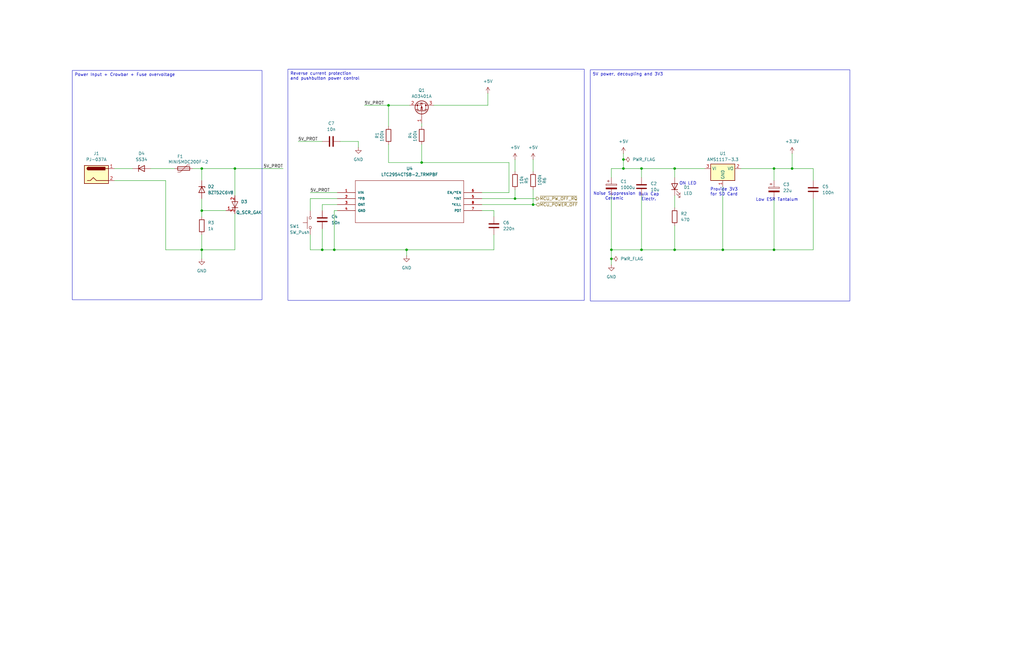
<source format=kicad_sch>
(kicad_sch (version 20250114) (generator "eeschema") (generator_version "9.0")
  (paper "USLedger")
  (title_block (title "Z80 HomeBrew Power") (date "2026-01-10") (rev "0.1"))
  (lib_symbols
    (symbol "Connector:Jack-DC" (pin_names (offset 1.016))
      (property "Reference" "J" (at 0 5.334 0))
      (property "Value" "Jack-DC" (at 0 -5.08 0))
      (symbol "Jack-DC_0_1"
        (rectangle (start -5.08 3.81) (end 5.08 -3.81) (stroke (width 0.254)) (fill (type background)))
        (polyline (pts (xy -3.81 -2.54) (xy -2.54 -2.54) (xy -1.27 -1.27) (xy 0 -2.54) (xy 2.54 -2.54) (xy 5.08 -2.54)) (stroke (width 0.254)))
        (arc (start -3.302 1.905) (mid -3.9343 2.54) (end -3.302 3.175) (stroke (width 0.254)))
        (arc (start -3.302 1.905) (mid -3.9343 2.54) (end -3.302 3.175) (stroke (width 0.254)) (fill (type outline)))
        (rectangle (start 3.683 3.175) (end -3.302 1.905) (stroke (width 0.254)) (fill (type outline)))
        (polyline (pts (xy 5.08 2.54) (xy 3.81 2.54)) (stroke (width 0.254)))
      )
      (symbol "Jack-DC_1_1"
        (pin passive line (at 7.62 2.54 180) (length 2.54) (name "~") (number "1"))
        (pin passive line (at 7.62 -2.54 180) (length 2.54) (name "~") (number "2"))
      )
    )
    (symbol "Device:C" (pin_numbers (hide yes)) (pin_names (offset 0.254))
      (property "Reference" "C" (at 0.635 2.54 0))
      (property "Value" "C" (at 0.635 -2.54 0))
      (symbol "C_0_1"
        (polyline (pts (xy -2.032 0.762) (xy 2.032 0.762)) (stroke (width 0.508)))
        (polyline (pts (xy -2.032 -0.762) (xy 2.032 -0.762)) (stroke (width 0.508)))
      )
      (symbol "C_1_1"
        (pin passive line (at 0 3.81 270) (length 2.794) (name "~") (number "1"))
        (pin passive line (at 0 -3.81 90) (length 2.794) (name "~") (number "2"))
      )
    )
    (symbol "Device:C_Polarized" (pin_numbers (hide yes)) (pin_names (offset 0.254))
      (property "Reference" "C" (at 0.635 2.54 0))
      (property "Value" "C_Polarized" (at 0.635 -2.54 0))
      (symbol "C_Polarized_0_1"
        (rectangle (start -2.286 0.508) (end 2.286 1.016))
        (polyline (pts (xy -1.778 2.286) (xy -0.762 2.286)))
        (polyline (pts (xy -1.27 2.794) (xy -1.27 1.778)))
        (rectangle (start 2.286 -0.508) (end -2.286 -1.016) (fill (type outline)))
      )
      (symbol "C_Polarized_1_1"
        (pin passive line (at 0 3.81 270) (length 2.794) (name "~") (number "1"))
        (pin passive line (at 0 -3.81 90) (length 2.794) (name "~") (number "2"))
      )
    )
    (symbol "Device:D_Zener" (pin_numbers (hide yes)) (pin_names (offset 1.016) (hide yes))
      (property "Reference" "D" (at 0 2.54 0))
      (property "Value" "D_Zener" (at 0 -2.54 0))
      (symbol "D_Zener_0_1"
        (polyline (pts (xy -1.27 -1.27) (xy -1.27 1.27) (xy -0.762 1.27)) (stroke (width 0.254)))
        (polyline (pts (xy 1.27 0) (xy -1.27 0)))
        (polyline (pts (xy 1.27 -1.27) (xy 1.27 1.27) (xy -1.27 0) (xy 1.27 -1.27)) (stroke (width 0.254)))
      )
      (symbol "D_Zener_1_1"
        (pin passive line (at -3.81 0 0) (length 2.54) (name "K") (number "1"))
        (pin passive line (at 3.81 0 180) (length 2.54) (name "A") (number "2"))
      )
    )
    (symbol "Device:LED" (pin_numbers (hide yes)) (pin_names (offset 1.016) (hide yes))
      (property "Reference" "D" (at 0 2.54 0))
      (property "Value" "LED" (at 0 -2.54 0))
      (symbol "LED_0_1"
        (polyline (pts (xy -3.048 -0.762) (xy -4.572 -2.286) (xy -3.81 -2.286) (xy -4.572 -2.286) (xy -4.572 -1.524)))
        (polyline (pts (xy -1.778 -0.762) (xy -3.302 -2.286) (xy -2.54 -2.286) (xy -3.302 -2.286) (xy -3.302 -1.524)))
        (polyline (pts (xy -1.27 0) (xy 1.27 0)))
        (polyline (pts (xy -1.27 -1.27) (xy -1.27 1.27)) (stroke (width 0.254)))
        (polyline (pts (xy 1.27 -1.27) (xy 1.27 1.27) (xy -1.27 0) (xy 1.27 -1.27)) (stroke (width 0.254)))
      )
      (symbol "LED_1_1"
        (pin passive line (at -3.81 0 0) (length 2.54) (name "K") (number "1"))
        (pin passive line (at 3.81 0 180) (length 2.54) (name "A") (number "2"))
      )
    )
    (symbol "Device:Polyfuse" (pin_numbers (hide yes)) (pin_names (offset 0))
      (property "Reference" "F" (at -2.54 0 90))
      (property "Value" "Polyfuse" (at 2.54 0 90))
      (symbol "Polyfuse_0_1"
        (polyline (pts (xy -1.524 2.54) (xy -1.524 1.524) (xy 1.524 -1.524) (xy 1.524 -2.54)))
        (rectangle (start -0.762 2.54) (end 0.762 -2.54) (stroke (width 0.254)))
        (polyline (pts (xy 0 2.54) (xy 0 -2.54)))
      )
      (symbol "Polyfuse_1_1"
        (pin passive line (at 0 3.81 270) (length 1.27) (name "~") (number "1"))
        (pin passive line (at 0 -3.81 90) (length 1.27) (name "~") (number "2"))
      )
    )
    (symbol "Device:Q_SCR_GAK" (pin_names (offset 0) (hide yes))
      (property "Reference" "D" (at 1.905 0.635 0))
      (property "Value" "Q_SCR_GAK" (at 1.905 -1.27 0))
      (symbol "Q_SCR_GAK_0_1"
        (polyline (pts (xy -1.27 1.27) (xy 1.27 1.27) (xy 0 -1.27) (xy -1.27 1.27)) (stroke (width 0.2032)))
        (polyline (pts (xy -1.27 -1.27) (xy 1.27 -1.27)) (stroke (width 0.2032)))
        (polyline (pts (xy -1.27 -2.54) (xy -0.635 -1.27)))
        (polyline (pts (xy 0 -2.54) (xy 0 2.54)))
      )
      (symbol "Q_SCR_GAK_1_1"
        (pin input line (at -3.81 -2.54 0) (length 2.54) (name "G") (number "1"))
        (pin passive line (at 0 3.81 270) (length 2.54) (name "A") (number "2"))
        (pin passive line (at 0 -3.81 90) (length 2.54) (name "K") (number "3"))
      )
    )
    (symbol "Device:R" (pin_numbers (hide yes)) (pin_names (offset 0))
      (property "Reference" "R" (at 2.032 0 90))
      (property "Value" "R" (at 0 0 90))
      (symbol "R_0_1"
        (rectangle (start -1.016 -2.54) (end 1.016 2.54) (stroke (width 0.254)))
      )
      (symbol "R_1_1"
        (pin passive line (at 0 3.81 270) (length 1.27) (name "~") (number "1"))
        (pin passive line (at 0 -3.81 90) (length 1.27) (name "~") (number "2"))
      )
    )
    (symbol "LTC2954CTS8-2_TRMPBF:LTC2954CTS8-2_TRMPBF" (pin_names (offset 1.016))
      (property "Reference" "U4" (at 30.48 10.16 0))
      (property "Value" "LTC2954CTS8-2_TRMPBF" (at 30.48 7.62 0))
      (symbol "LTC2954CTS8-2_TRMPBF_0_0"
        (polyline (pts (xy 7.62 5.08) (xy 7.62 -12.7)) (stroke (width 0.1524)))
        (polyline (pts (xy 7.62 -12.7) (xy 53.34 -12.7)) (stroke (width 0.1524)))
        (polyline (pts (xy 53.34 5.08) (xy 7.62 5.08)) (stroke (width 0.1524)))
        (polyline (pts (xy 53.34 -12.7) (xy 53.34 5.08)) (stroke (width 0.1524)))
        (pin input line (at 0 0 0) (length 7.62) (name "VIN") (number "1"))
        (pin input line (at 0 -2.54 0) (length 7.62) (name "*PB") (number "2"))
        (pin input line (at 0 -5.08 0) (length 7.62) (name "ONT") (number "3"))
        (pin power_in line (at 0 -7.62 0) (length 7.62) (name "GND") (number "4"))
        (pin output line (at 60.96 0 180) (length 7.62) (name "EN/*EN") (number "6"))
        (pin output line (at 60.96 -2.54 180) (length 7.62) (name "*INT") (number "5"))
        (pin input line (at 60.96 -5.08 180) (length 7.62) (name "*KILL") (number "8"))
        (pin input line (at 60.96 -7.62 180) (length 7.62) (name "PDT") (number "7"))
      )
    )
    (symbol "Regulator_Linear:AMS1117-3.3"
      (property "Reference" "U" (at -3.81 3.175 0))
      (property "Value" "AMS1117-3.3" (at 0 3.175 0))
      (symbol "AMS1117-3.3_0_1"
        (rectangle (start -5.08 -5.08) (end 5.08 1.905) (stroke (width 0.254)) (fill (type background)))
      )
      (symbol "AMS1117-3.3_1_1"
        (pin power_in line (at -7.62 0 0) (length 2.54) (name "VI") (number "3"))
        (pin power_in line (at 0 -7.62 90) (length 2.54) (name "GND") (number "1"))
        (pin power_out line (at 7.62 0 180) (length 2.54) (name "VO") (number "2"))
      )
    )
    (symbol "Switch:SW_Push" (pin_numbers (hide yes)) (pin_names (offset 1.016) (hide yes))
      (property "Reference" "SW" (at 1.27 2.54 0))
      (property "Value" "SW_Push" (at 0 -1.524 0))
      (symbol "SW_Push_0_1"
        (circle (center -2.032 0) (radius 0.508))
        (polyline (pts (xy 0 1.27) (xy 0 3.048)))
        (circle (center 2.032 0) (radius 0.508))
        (polyline (pts (xy 2.54 1.27) (xy -2.54 1.27)))
        (pin passive line (at -5.08 0 0) (length 2.54) (name "1") (number "1"))
        (pin passive line (at 5.08 0 180) (length 2.54) (name "2") (number "2"))
      )
    )
    (symbol "Transistor_FET:AO3401A" (pin_names (hide yes))
      (property "Reference" "Q" (at 5.08 1.905 0))
      (property "Value" "AO3401A" (at 5.08 0 0))
      (symbol "AO3401A_0_1"
        (polyline (pts (xy 0.254 1.905) (xy 0.254 -1.905)) (stroke (width 0.254)))
        (polyline (pts (xy 0.254 0) (xy -2.54 0)))
        (polyline (pts (xy 0.762 2.286) (xy 0.762 1.27)) (stroke (width 0.254)))
        (polyline (pts (xy 0.762 1.778) (xy 3.302 1.778) (xy 3.302 -1.778) (xy 0.762 -1.778)))
        (polyline (pts (xy 0.762 0.508) (xy 0.762 -0.508)) (stroke (width 0.254)))
        (polyline (pts (xy 0.762 -1.27) (xy 0.762 -2.286)) (stroke (width 0.254)))
        (circle (center 1.651 0) (radius 2.794) (stroke (width 0.254)))
        (polyline (pts (xy 2.286 0) (xy 1.27 0.381) (xy 1.27 -0.381) (xy 2.286 0)) (fill (type outline)))
        (polyline (pts (xy 2.54 2.54) (xy 2.54 1.778)))
        (circle (center 2.54 1.778) (radius 0.254) (fill (type outline)))
        (circle (center 2.54 -1.778) (radius 0.254) (fill (type outline)))
        (polyline (pts (xy 2.54 -2.54) (xy 2.54 0) (xy 0.762 0)))
        (polyline (pts (xy 2.794 -0.508) (xy 2.921 -0.381) (xy 3.683 -0.381) (xy 3.81 -0.254)))
        (polyline (pts (xy 3.302 -0.381) (xy 2.921 0.254) (xy 3.683 0.254) (xy 3.302 -0.381)))
      )
      (symbol "AO3401A_1_1"
        (pin input line (at -5.08 0 0) (length 2.54) (name "G") (number "1"))
        (pin passive line (at 2.54 5.08 270) (length 2.54) (name "D") (number "3"))
        (pin passive line (at 2.54 -5.08 90) (length 2.54) (name "S") (number "2"))
      )
    )
    (symbol "power:+3.3V" (power) (pin_numbers (hide yes)) (pin_names (offset 0) (hide yes))
      (property "Value" "+3.3V" (at 0 3.556 0))
      (symbol "+3.3V_0_1"
        (polyline (pts (xy -0.762 1.27) (xy 0 2.54)))
        (polyline (pts (xy 0 2.54) (xy 0.762 1.27)))
        (polyline (pts (xy 0 0) (xy 0 2.54)))
      )
      (symbol "+3.3V_1_1"
        (pin power_in line (at 0 0 90) (length 0) (name "~") (number "1"))
      )
    )
    (symbol "power:+5V" (power) (pin_numbers (hide yes)) (pin_names (offset 0) (hide yes))
      (property "Value" "+5V" (at 0 3.556 0))
      (symbol "+5V_0_1"
        (polyline (pts (xy -0.762 1.27) (xy 0 2.54)))
        (polyline (pts (xy 0 2.54) (xy 0.762 1.27)))
        (polyline (pts (xy 0 0) (xy 0 2.54)))
      )
      (symbol "+5V_1_1"
        (pin power_in line (at 0 0 90) (length 0) (name "~") (number "1"))
      )
    )
    (symbol "power:GND" (power) (pin_numbers (hide yes)) (pin_names (offset 0) (hide yes))
      (property "Value" "GND" (at 0 -3.81 0))
      (symbol "GND_0_1"
        (polyline (pts (xy 0 0) (xy 0 -1.27) (xy 1.27 -1.27) (xy 0 -2.54) (xy -1.27 -1.27) (xy 0 -1.27)))
      )
      (symbol "GND_1_1"
        (pin power_in line (at 0 0 270) (length 0) (name "~") (number "1"))
      )
    )
    (symbol "power:PWR_FLAG" (power) (pin_numbers (hide yes)) (pin_names (offset 0) (hide yes))
      (property "Value" "PWR_FLAG" (at 0 3.81 0))
      (symbol "PWR_FLAG_0_0"
        (pin power_out line (at 0 0 90) (length 0) (name "~") (number "1"))
      )
      (symbol "PWR_FLAG_0_1"
        (polyline (pts (xy 0 0) (xy 0 1.27) (xy -1.016 1.905) (xy 0 2.54) (xy 1.016 1.905) (xy 0 1.27)))
      )
    )
  )
  (text "ON LED" (at 290.068 77.47 0) (effects (font (size 1.27 1.27))))
  (text "Provide 3V3\nfor SD Card" (at 305.308 81.026 0) (effects (font (size 1.27 1.27))))
  (text "Noise Suppression\nCeramic" (at 259.08 82.804 0) (effects (font (size 1.27 1.27))))
  (text "Low ESR Tantalum" (at 327.66 84.328 0) (effects (font (size 1.27 1.27))))
  (text "Bulk Cap\nElectr.\n" (at 273.558 83.058 0) (effects (font (size 1.27 1.27))))
  (text_box "5V power, decoupling and 3V3" (at 248.92 29.464 0) (size 109.474 97.536) (margins 0.9525 0.9525 0.9525 0.9525) (effects (font (size 1.27 1.27)) (justify left top)))
  (text_box "Reverse current protection\nand pushbutton power control" (at 121.412 29.21 0) (size 124.968 97.536) (margins 0.9525 0.9525 0.9525 0.9525) (effects (font (size 1.27 1.27)) (justify left top)))
  (text_box "Power Input + Crowbar + Fuse overvoltage" (at 30.48 29.718 0) (size 80.01 96.774) (margins 0.9525 0.9525 0.9525 0.9525) (effects (font (size 1.27 1.27)) (justify left top)))
  (junction (at 262.89 71.12))
  (junction (at 85.09 105.41))
  (junction (at 334.01 71.12))
  (junction (at 99.06 71.12))
  (junction (at 257.81 109.22))
  (junction (at 284.48 105.41))
  (junction (at 85.09 88.9))
  (junction (at 270.51 105.41))
  (junction (at 163.83 44.45))
  (junction (at 326.39 105.41))
  (junction (at 257.81 105.41))
  (junction (at 177.8 68.58))
  (junction (at 270.51 71.12))
  (junction (at 326.39 71.12))
  (junction (at 140.97 105.41))
  (junction (at 304.8 105.41))
  (junction (at 217.17 83.82))
  (junction (at 224.79 86.36))
  (junction (at 262.89 67.31))
  (junction (at 284.48 71.12))
  (junction (at 85.09 71.12))
  (junction (at 135.89 105.41))
  (junction (at 171.45 105.41))
  (wire (pts (xy 270.51 105.41) (xy 284.48 105.41)))
  (wire (pts (xy 284.48 95.25) (xy 284.48 105.41)))
  (wire (pts (xy 125.73 59.69) (xy 135.89 59.69)))
  (wire (pts (xy 224.79 80.01) (xy 224.79 86.36)))
  (wire (pts (xy 85.09 88.9) (xy 95.25 88.9)))
  (wire (pts (xy 142.24 86.36) (xy 135.89 86.36)))
  (wire (pts (xy 99.06 90.17) (xy 99.06 105.41)))
  (wire (pts (xy 270.51 71.12) (xy 284.48 71.12)))
  (wire (pts (xy 140.97 105.41) (xy 171.45 105.41)))
  (wire (pts (xy 257.81 82.55) (xy 257.81 105.41)))
  (wire (pts (xy 85.09 99.06) (xy 85.09 105.41)))
  (wire (pts (xy 257.81 109.22) (xy 257.81 111.76)))
  (wire (pts (xy 284.48 105.41) (xy 304.8 105.41)))
  (wire (pts (xy 85.09 105.41) (xy 99.06 105.41)))
  (wire (pts (xy 312.42 71.12) (xy 326.39 71.12)))
  (wire (pts (xy 130.81 83.82) (xy 142.24 83.82)))
  (wire (pts (xy 63.5 71.12) (xy 73.66 71.12)))
  (wire (pts (xy 135.89 105.41) (xy 140.97 105.41)))
  (wire (pts (xy 262.89 67.31) (xy 262.89 71.12)))
  (wire (pts (xy 99.06 71.12) (xy 119.38 71.12)))
  (wire (pts (xy 334.01 71.12) (xy 342.9 71.12)))
  (wire (pts (xy 217.17 83.82) (xy 226.06 83.82)))
  (wire (pts (xy 217.17 67.31) (xy 217.17 72.39)))
  (wire (pts (xy 48.26 76.2) (xy 69.85 76.2)))
  (wire (pts (xy 177.8 68.58) (xy 214.63 68.58)))
  (wire (pts (xy 208.28 88.9) (xy 208.28 91.44)))
  (wire (pts (xy 163.83 60.96) (xy 163.83 68.58)))
  (wire (pts (xy 205.74 39.37) (xy 205.74 44.45)))
  (wire (pts (xy 69.85 76.2) (xy 69.85 105.41)))
  (wire (pts (xy 163.83 44.45) (xy 172.72 44.45)))
  (wire (pts (xy 203.2 83.82) (xy 217.17 83.82)))
  (wire (pts (xy 177.8 60.96) (xy 177.8 68.58)))
  (wire (pts (xy 142.24 88.9) (xy 140.97 88.9)))
  (wire (pts (xy 143.51 59.69) (xy 151.13 59.69)))
  (wire (pts (xy 342.9 71.12) (xy 342.9 76.2)))
  (wire (pts (xy 85.09 71.12) (xy 99.06 71.12)))
  (wire (pts (xy 130.81 88.9) (xy 130.81 83.82)))
  (wire (pts (xy 48.26 71.12) (xy 55.88 71.12)))
  (wire (pts (xy 163.83 68.58) (xy 177.8 68.58)))
  (wire (pts (xy 257.81 105.41) (xy 257.81 109.22)))
  (wire (pts (xy 135.89 96.52) (xy 135.89 105.41)))
  (wire (pts (xy 284.48 71.12) (xy 297.18 71.12)))
  (wire (pts (xy 69.85 105.41) (xy 85.09 105.41)))
  (wire (pts (xy 270.51 82.55) (xy 270.51 105.41)))
  (wire (pts (xy 153.67 44.45) (xy 163.83 44.45)))
  (wire (pts (xy 171.45 105.41) (xy 208.28 105.41)))
  (wire (pts (xy 262.89 64.77) (xy 262.89 67.31)))
  (wire (pts (xy 214.63 81.28) (xy 203.2 81.28)))
  (wire (pts (xy 257.81 71.12) (xy 257.81 74.93)))
  (wire (pts (xy 130.81 99.06) (xy 130.81 105.41)))
  (wire (pts (xy 326.39 71.12) (xy 334.01 71.12)))
  (wire (pts (xy 208.28 99.06) (xy 208.28 105.41)))
  (wire (pts (xy 326.39 71.12) (xy 326.39 76.2)))
  (wire (pts (xy 284.48 82.55) (xy 284.48 87.63)))
  (wire (pts (xy 151.13 59.69) (xy 151.13 62.23)))
  (wire (pts (xy 85.09 105.41) (xy 85.09 109.22)))
  (wire (pts (xy 257.81 71.12) (xy 262.89 71.12)))
  (wire (pts (xy 85.09 88.9) (xy 85.09 91.44)))
  (wire (pts (xy 224.79 86.36) (xy 226.06 86.36)))
  (wire (pts (xy 304.8 105.41) (xy 326.39 105.41)))
  (wire (pts (xy 177.8 52.07) (xy 177.8 53.34)))
  (wire (pts (xy 85.09 83.82) (xy 85.09 88.9)))
  (wire (pts (xy 140.97 88.9) (xy 140.97 105.41)))
  (wire (pts (xy 203.2 88.9) (xy 208.28 88.9)))
  (wire (pts (xy 326.39 105.41) (xy 342.9 105.41)))
  (wire (pts (xy 85.09 71.12) (xy 85.09 76.2)))
  (wire (pts (xy 135.89 86.36) (xy 135.89 88.9)))
  (wire (pts (xy 182.88 44.45) (xy 205.74 44.45)))
  (wire (pts (xy 304.8 78.74) (xy 304.8 105.41)))
  (wire (pts (xy 130.81 81.28) (xy 142.24 81.28)))
  (wire (pts (xy 334.01 64.77) (xy 334.01 71.12)))
  (wire (pts (xy 217.17 80.01) (xy 217.17 83.82)))
  (wire (pts (xy 284.48 71.12) (xy 284.48 74.93)))
  (wire (pts (xy 171.45 105.41) (xy 171.45 107.95)))
  (wire (pts (xy 342.9 83.82) (xy 342.9 105.41)))
  (wire (pts (xy 81.28 71.12) (xy 85.09 71.12)))
  (wire (pts (xy 99.06 71.12) (xy 99.06 82.55)))
  (wire (pts (xy 326.39 83.82) (xy 326.39 105.41)))
  (wire (pts (xy 130.81 105.41) (xy 135.89 105.41)))
  (wire (pts (xy 224.79 67.31) (xy 224.79 72.39)))
  (wire (pts (xy 203.2 86.36) (xy 224.79 86.36)))
  (wire (pts (xy 257.81 105.41) (xy 270.51 105.41)))
  (wire (pts (xy 163.83 44.45) (xy 163.83 53.34)))
  (wire (pts (xy 270.51 71.12) (xy 270.51 74.93)))
  (wire (pts (xy 262.89 71.12) (xy 270.51 71.12)))
  (wire (pts (xy 214.63 68.58) (xy 214.63 81.28)))
  (label "5V_PROT" (at 119.38 71.12 180))
  (label "5V_PROT" (at 130.81 81.28 0))
  (label "5V_PROT" (at 153.67 44.45 0))
  (label "5V_PROT" (at 125.73 59.69 0))
  (hierarchical_label "~{MCU_PW_OFF_RQ}" (shape output) (at 226.06 83.82 0))
  (hierarchical_label "~{MCU_POWER_OFF}" (shape input) (at 226.06 86.36 0))
  (symbol (lib_id "Device:R") (at 224.79 76.2 0) (unit 1)
    (property "Reference" "R6" (at 229.616 76.2 90))
    (property "Value" "100k" (at 227.584 75.946 90))
    (property "Footprint" "Resistor_SMD:R_0603_1608Metric" (effects (hide yes)))
    (property "Description" "Resistor" (effects (hide yes)))
  )
  (symbol (lib_id "Device:R") (at 163.83 57.15 180) (unit 1)
    (property "Reference" "R1" (at 159.004 57.15 90))
    (property "Value" "100k" (at 161.036 57.404 90))
    (property "Footprint" "Resistor_SMD:R_0603_1608Metric" (effects (hide yes)))
    (property "Description" "Resistor" (effects (hide yes)))
  )
  (symbol (lib_id "Device:Polyfuse") (at 77.47 71.12 90) (unit 1)
    (property "Reference" "F1" (at 77.216 66.04 90) (effects (justify left)))
    (property "Value" "MINISMDC200F-2" (at 87.884 68.326 90) (effects (justify left)))
    (property "Footprint" "Fuse:Fuse_1812_4532Metric" (effects (hide yes)))
    (property "Description" "Resettable fuse, polymeric positive temperature coefficient (2A)" (effects (hide yes)))
  )
  (symbol (lib_id "Device:C_Polarized") (at 257.81 78.74 0) (unit 1)
    (property "Reference" "C1" (at 261.62 76.5809 0) (effects (justify left)))
    (property "Value" "1000u" (at 261.62 79.1209 0) (effects (justify left)))
    (property "Footprint" "Capacitor_SMD:CP_Elec_10x10.5" (effects (hide yes)))
    (property "Description" "Polarized capacitor" (effects (hide yes)))
  )
  (symbol (lib_id "Device:D_Zener") (at 59.69 71.12 0) (unit 1)
    (property "Reference" "D4" (at 59.69 64.77 0))
    (property "Value" "SS34" (at 59.69 67.31 0))
    (property "Footprint" "Diode_SMD:D_SMB-SMC_Universal_Handsoldering" (effects (hide yes)))
    (property "Description" "Zener diode 40v 3A" (effects (hide yes)))
  )
  (symbol (lib_id "power:GND") (at 151.13 62.23 0) (unit 1)
    (property "Reference" "#PWR09" (effects (hide yes)))
    (property "Value" "GND" (at 151.13 67.31 0))
    (property "Description" "Power symbol creates a global label with name \"GND\" , ground" (effects (hide yes)))
  )
  (symbol (lib_id "power:PWR_FLAG") (at 262.89 67.31 270) (unit 1)
    (property "Reference" "#FLG01" (effects (hide yes)))
    (property "Value" "PWR_FLAG" (at 266.7 67.3099 90) (effects (justify left)))
    (property "Description" "Special symbol for telling ERC where power comes from" (effects (hide yes)))
  )
  (symbol (lib_id "power:+5V") (at 217.17 67.31 0) (unit 1)
    (property "Reference" "#PWR06" (effects (hide yes)))
    (property "Value" "+5V" (at 217.17 62.23 0))
    (property "Description" "Power symbol creates a global label with name \"+5V\"" (effects (hide yes)))
  )
  (symbol (lib_id "Device:R") (at 217.17 76.2 0) (unit 1)
    (property "Reference" "R5" (at 221.996 76.2 90))
    (property "Value" "10k" (at 219.964 75.946 90))
    (property "Footprint" "Resistor_SMD:R_0603_1608Metric" (effects (hide yes)))
    (property "Description" "Resistor" (effects (hide yes)))
  )
  (symbol (lib_id "power:GND") (at 171.45 107.95 0) (unit 1)
    (property "Reference" "#PWR07" (effects (hide yes)))
    (property "Value" "GND" (at 171.45 113.03 0))
    (property "Description" "Power symbol creates a global label with name \"GND\" , ground" (effects (hide yes)))
  )
  (symbol (lib_id "Device:C_Polarized") (at 326.39 80.01 0) (unit 1)
    (property "Reference" "C3" (at 330.2 77.8509 0) (effects (justify left)))
    (property "Value" "22u" (at 330.2 80.3909 0) (effects (justify left)))
    (property "Footprint" "Capacitor_Tantalum_SMD:CP_EIA-3528-21_Kemet-B" (effects (hide yes)))
    (property "Description" "Polarized capacitor" (effects (hide yes)))
  )
  (symbol (lib_id "Device:C") (at 139.7 59.69 90) (unit 1)
    (property "Reference" "C7" (at 139.7 52.07 90))
    (property "Value" "10n" (at 139.7 54.61 90))
    (property "Footprint" "Capacitor_SMD:C_0805_2012Metric" (effects (hide yes)))
    (property "Description" "Unpolarized capacitor X7R/X5R 20V" (effects (hide yes)))
  )
  (symbol (lib_id "power:+5V") (at 262.89 64.77 0) (unit 1)
    (property "Reference" "#PWR01" (effects (hide yes)))
    (property "Value" "+5V" (at 262.89 59.69 0))
    (property "Description" "Power symbol creates a global label with name \"+5V\"" (effects (hide yes)))
  )
  (symbol (lib_id "Device:C") (at 270.51 78.74 0) (unit 1)
    (property "Reference" "C2" (at 274.32 77.4699 0) (effects (justify left)))
    (property "Value" "10u" (at 274.32 80.0099 0) (effects (justify left)))
    (property "Footprint" "Capacitor_SMD:C_0805_2012Metric" (effects (hide yes)))
    (property "Description" "Unpolarized capacitor X7R/X5R 20V" (effects (hide yes)))
  )
  (symbol (lib_id "Regulator_Linear:AMS1117-3.3") (at 304.8 71.12 0) (unit 1)
    (property "Reference" "U1" (at 304.8 64.77 0))
    (property "Value" "AMS1117-3.3" (at 304.8 67.31 0))
    (property "Footprint" "Package_TO_SOT_SMD:SOT-223-3_TabPin2" (effects (hide yes)))
    (property "Datasheet" "http://www.advanced-monolithic.com/pdf/ds1117.pdf" (effects (hide yes)))
    (property "Description" "1A Low Dropout regulator, positive, 3.3V fixed output, SOT-223" (effects (hide yes)))
  )
  (symbol (lib_id "power:GND") (at 85.09 109.22 0) (unit 1)
    (property "Reference" "#PWR04" (effects (hide yes)))
    (property "Value" "GND" (at 85.09 114.3 0))
    (property "Description" "Power symbol creates a global label with name \"GND\" , ground" (effects (hide yes)))
  )
  (symbol (lib_id "power:PWR_FLAG") (at 257.81 109.22 270) (unit 1)
    (property "Reference" "#FLG02" (effects (hide yes)))
    (property "Value" "PWR_FLAG" (at 261.62 109.2199 90) (effects (justify left)))
    (property "Description" "Special symbol for telling ERC where power comes from" (effects (hide yes)))
  )
  (symbol (lib_id "Device:C") (at 208.28 95.25 0) (unit 1)
    (property "Reference" "C6" (at 212.09 93.9799 0) (effects (justify left)))
    (property "Value" "220n" (at 212.09 96.5199 0) (effects (justify left)))
    (property "Footprint" "Capacitor_SMD:C_0805_2012Metric" (effects (hide yes)))
    (property "Description" "Unpolarized capacitor X7R/X5R 20V" (effects (hide yes)))
  )
  (symbol (lib_id "Device:R") (at 85.09 95.25 0) (unit 1)
    (property "Reference" "R3" (at 87.63 93.9799 0) (effects (justify left)))
    (property "Value" "1k" (at 87.63 96.5199 0) (effects (justify left)))
    (property "Footprint" "Resistor_SMD:R_0603_1608Metric" (effects (hide yes)))
    (property "Description" "Resistor" (effects (hide yes)))
  )
  (symbol (lib_id "power:+5V") (at 224.79 67.31 0) (unit 1)
    (property "Reference" "#PWR08" (effects (hide yes)))
    (property "Value" "+5V" (at 224.79 62.23 0))
    (property "Description" "Power symbol creates a global label with name \"+5V\"" (effects (hide yes)))
  )
  (symbol (lib_id "Device:R") (at 177.8 57.15 180) (unit 1)
    (property "Reference" "R4" (at 172.974 57.15 90))
    (property "Value" "100k" (at 175.006 57.404 90))
    (property "Footprint" "Resistor_SMD:R_0603_1608Metric" (effects (hide yes)))
    (property "Description" "Resistor" (effects (hide yes)))
  )
  (symbol (lib_id "LTC2954CTS8-2_TRMPBF:LTC2954CTS8-2_TRMPBF") (at 142.24 81.28 0) (unit 1)
    (property "Reference" "U4" (at 172.72 71.12 0))
    (property "Value" "LTC2954CTS8-2_TRMPBF" (at 172.72 73.66 0))
    (property "Footprint" "Footprints:TSOT-23_TS8" (effects (hide yes)))
    (property "VENDOR" "Linear Technology" (effects (hide yes)))
    (property "MANUFACTURER_PART_NUMBER" "ltc2954cts81" (effects (hide yes)))
  )
  (symbol (lib_id "Connector:Jack-DC") (at 40.64 73.66 0) (unit 1)
    (property "Reference" "J1" (at 40.64 64.77 0))
    (property "Value" "PJ-037A" (at 40.64 67.31 0))
    (property "Footprint" "Footprints:CUI_PJ-037A" (effects (hide yes)))
    (property "Description" "DC Barrel Jack" (effects (hide yes)))
  )
  (symbol (lib_id "Switch:SW_Push") (at 130.81 93.98 90) (unit 1)
    (property "Reference" "SW1" (at 122.174 95.504 90) (effects (justify right)))
    (property "Value" "SW_Push" (at 122.174 98.044 90) (effects (justify right)))
    (property "Footprint" "Connector_PinHeader_1.27mm:PinHeader_1x02_P1.27mm_Vertical" (effects (hide yes)))
    (property "Description" "Push button switch, generic, two pins" (effects (hide yes)))
  )
  (symbol (lib_id "Device:C") (at 135.89 92.71 0) (unit 1)
    (property "Reference" "C4" (at 139.7 91.4399 0) (effects (justify left)))
    (property "Value" "10n" (at 139.7 93.9799 0) (effects (justify left)))
    (property "Footprint" "Capacitor_SMD:C_0805_2012Metric" (effects (hide yes)))
    (property "Description" "Unpolarized capacitor X7R/X5R 20V" (effects (hide yes)))
  )
  (symbol (lib_id "Transistor_FET:AO3401A") (at 177.8 46.99 270) (mirror x) (unit 1)
    (property "Reference" "Q1" (at 177.8 38.1 90))
    (property "Value" "AO3401A" (at 177.8 40.64 90))
    (property "Footprint" "Package_TO_SOT_SMD:SOT-23" (effects (hide yes)))
    (property "Datasheet" "http://www.aosmd.com/pdfs/datasheet/AO3401A.pdf" (effects (hide yes)))
    (property "Description" "-4.0A Id, -30V Vds, P-Channel MOSFET, SOT-23" (effects (hide yes)))
  )
  (symbol (lib_id "Device:D_Zener") (at 85.09 80.01 270) (unit 1)
    (property "Reference" "D2" (at 87.63 78.7399 90) (effects (justify left)))
    (property "Value" "BZT52C6V8" (at 87.63 81.2799 90) (effects (justify left)))
    (property "Footprint" "Diode_SMD:D_SOD-123" (effects (hide yes)))
    (property "Description" "Zener diode 6V8" (effects (hide yes)))
  )
  (symbol (lib_id "Device:R") (at 284.48 91.44 0) (unit 1)
    (property "Reference" "R2" (at 287.02 90.1699 0) (effects (justify left)))
    (property "Value" "470" (at 287.02 92.7099 0) (effects (justify left)))
    (property "Footprint" "Resistor_SMD:R_0603_1608Metric" (effects (hide yes)))
    (property "Description" "Resistor" (effects (hide yes)))
  )
  (symbol (lib_id "Device:C") (at 342.9 80.01 0) (unit 1)
    (property "Reference" "C5" (at 346.71 78.7399 0) (effects (justify left)))
    (property "Value" "100n" (at 346.71 81.2799 0) (effects (justify left)))
    (property "Footprint" "Capacitor_SMD:C_0805_2012Metric" (effects (hide yes)))
    (property "Description" "Unpolarized capacitor X7R/X5R 20V" (effects (hide yes)))
  )
  (symbol (lib_id "power:GND") (at 257.81 111.76 0) (unit 1)
    (property "Reference" "#PWR03" (effects (hide yes)))
    (property "Value" "GND" (at 257.81 116.84 0))
    (property "Description" "Power symbol creates a global label with name \"GND\" , ground" (effects (hide yes)))
  )
  (symbol (lib_id "power:+5V") (at 205.74 39.37 0) (unit 1)
    (property "Reference" "#PWR05" (effects (hide yes)))
    (property "Value" "+5V" (at 205.74 34.29 0))
    (property "Description" "Power symbol creates a global label with name \"+5V\"" (effects (hide yes)))
  )
  (symbol (lib_id "power:+3.3V") (at 334.01 64.77 0) (unit 1)
    (property "Reference" "#PWR02" (effects (hide yes)))
    (property "Value" "+3.3V" (at 334.01 59.69 0))
    (property "Description" "Power symbol creates a global label with name \"+3.3V\"" (effects (hide yes)))
  )
  (symbol (lib_id "Device:LED") (at 284.48 78.74 90) (unit 1)
    (property "Reference" "D1" (at 288.29 79.0574 90) (effects (justify right)))
    (property "Value" "LED" (at 288.29 81.5974 90) (effects (justify right)))
    (property "Footprint" "LED_SMD:LED_1206_3216Metric" (effects (hide yes)))
    (property "Description" "Light emitting diode" (effects (hide yes)))
    (property "Sim.Pins" "1=K 2=A" (effects (hide yes)))
  )
  (symbol (lib_id "Device:Q_SCR_GAK") (at 99.06 86.36 0) (unit 1)
    (property "Reference" "D3" (at 101.6 85.0899 0) (effects (justify left)))
    (property "Value" "Q_SCR_GAK" (at 99.568 89.662 0) (effects (justify left)))
    (property "Footprint" "Package_TO_SOT_SMD:SOT-23-3" (effects (hide yes)))
    (property "Description" "Silicon controlled rectifier, gate/anode/cathode" (effects (hide yes)))
  )
)
</source>
